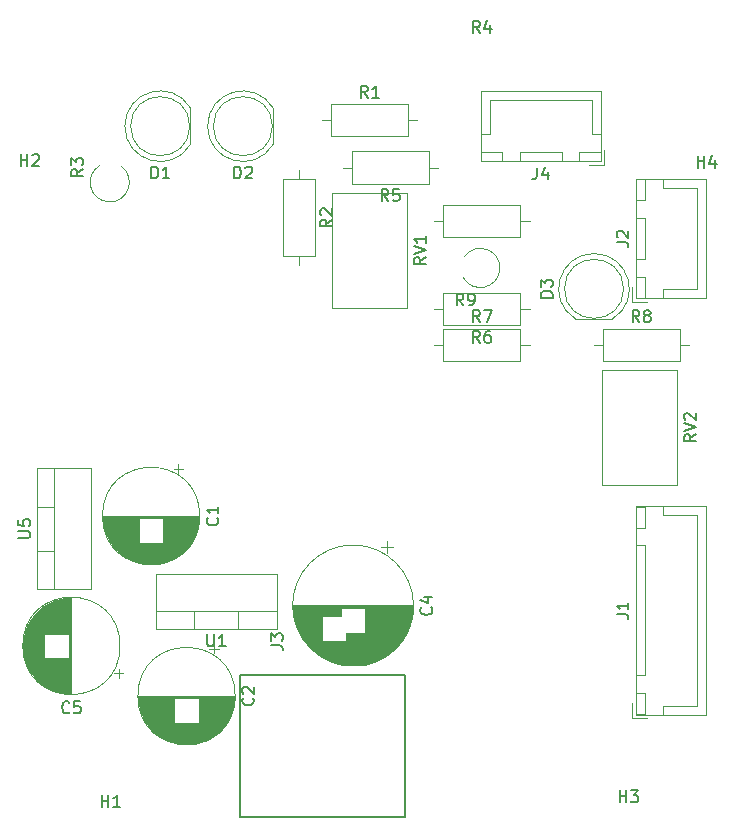
<source format=gbr>
%TF.GenerationSoftware,KiCad,Pcbnew,7.0.8*%
%TF.CreationDate,2023-11-05T22:27:44-08:00*%
%TF.ProjectId,Water Meter Analog - R1,57617465-7220-44d6-9574-657220416e61,rev?*%
%TF.SameCoordinates,Original*%
%TF.FileFunction,Legend,Top*%
%TF.FilePolarity,Positive*%
%FSLAX46Y46*%
G04 Gerber Fmt 4.6, Leading zero omitted, Abs format (unit mm)*
G04 Created by KiCad (PCBNEW 7.0.8) date 2023-11-05 22:27:44*
%MOMM*%
%LPD*%
G01*
G04 APERTURE LIST*
%ADD10C,0.150000*%
%ADD11C,0.120000*%
G04 APERTURE END LIST*
D10*
X37933333Y77325180D02*
X37600000Y77801371D01*
X37361905Y77325180D02*
X37361905Y78325180D01*
X37361905Y78325180D02*
X37742857Y78325180D01*
X37742857Y78325180D02*
X37838095Y78277561D01*
X37838095Y78277561D02*
X37885714Y78229942D01*
X37885714Y78229942D02*
X37933333Y78134704D01*
X37933333Y78134704D02*
X37933333Y77991847D01*
X37933333Y77991847D02*
X37885714Y77896609D01*
X37885714Y77896609D02*
X37838095Y77848990D01*
X37838095Y77848990D02*
X37742857Y77801371D01*
X37742857Y77801371D02*
X37361905Y77801371D01*
X38409524Y77325180D02*
X38600000Y77325180D01*
X38600000Y77325180D02*
X38695238Y77372800D01*
X38695238Y77372800D02*
X38742857Y77420419D01*
X38742857Y77420419D02*
X38838095Y77563276D01*
X38838095Y77563276D02*
X38885714Y77753752D01*
X38885714Y77753752D02*
X38885714Y78134704D01*
X38885714Y78134704D02*
X38838095Y78229942D01*
X38838095Y78229942D02*
X38790476Y78277561D01*
X38790476Y78277561D02*
X38695238Y78325180D01*
X38695238Y78325180D02*
X38504762Y78325180D01*
X38504762Y78325180D02*
X38409524Y78277561D01*
X38409524Y78277561D02*
X38361905Y78229942D01*
X38361905Y78229942D02*
X38314286Y78134704D01*
X38314286Y78134704D02*
X38314286Y77896609D01*
X38314286Y77896609D02*
X38361905Y77801371D01*
X38361905Y77801371D02*
X38409524Y77753752D01*
X38409524Y77753752D02*
X38504762Y77706133D01*
X38504762Y77706133D02*
X38695238Y77706133D01*
X38695238Y77706133D02*
X38790476Y77753752D01*
X38790476Y77753752D02*
X38838095Y77801371D01*
X38838095Y77801371D02*
X38885714Y77896609D01*
X57614819Y66404761D02*
X57138628Y66071428D01*
X57614819Y65833333D02*
X56614819Y65833333D01*
X56614819Y65833333D02*
X56614819Y66214285D01*
X56614819Y66214285D02*
X56662438Y66309523D01*
X56662438Y66309523D02*
X56710057Y66357142D01*
X56710057Y66357142D02*
X56805295Y66404761D01*
X56805295Y66404761D02*
X56948152Y66404761D01*
X56948152Y66404761D02*
X57043390Y66357142D01*
X57043390Y66357142D02*
X57091009Y66309523D01*
X57091009Y66309523D02*
X57138628Y66214285D01*
X57138628Y66214285D02*
X57138628Y65833333D01*
X56614819Y66690476D02*
X57614819Y67023809D01*
X57614819Y67023809D02*
X56614819Y67357142D01*
X56710057Y67642857D02*
X56662438Y67690476D01*
X56662438Y67690476D02*
X56614819Y67785714D01*
X56614819Y67785714D02*
X56614819Y68023809D01*
X56614819Y68023809D02*
X56662438Y68119047D01*
X56662438Y68119047D02*
X56710057Y68166666D01*
X56710057Y68166666D02*
X56805295Y68214285D01*
X56805295Y68214285D02*
X56900533Y68214285D01*
X56900533Y68214285D02*
X57043390Y68166666D01*
X57043390Y68166666D02*
X57614819Y67595238D01*
X57614819Y67595238D02*
X57614819Y68214285D01*
X52833333Y75915180D02*
X52500000Y76391371D01*
X52261905Y75915180D02*
X52261905Y76915180D01*
X52261905Y76915180D02*
X52642857Y76915180D01*
X52642857Y76915180D02*
X52738095Y76867561D01*
X52738095Y76867561D02*
X52785714Y76819942D01*
X52785714Y76819942D02*
X52833333Y76724704D01*
X52833333Y76724704D02*
X52833333Y76581847D01*
X52833333Y76581847D02*
X52785714Y76486609D01*
X52785714Y76486609D02*
X52738095Y76438990D01*
X52738095Y76438990D02*
X52642857Y76391371D01*
X52642857Y76391371D02*
X52261905Y76391371D01*
X53404762Y76486609D02*
X53309524Y76534228D01*
X53309524Y76534228D02*
X53261905Y76581847D01*
X53261905Y76581847D02*
X53214286Y76677085D01*
X53214286Y76677085D02*
X53214286Y76724704D01*
X53214286Y76724704D02*
X53261905Y76819942D01*
X53261905Y76819942D02*
X53309524Y76867561D01*
X53309524Y76867561D02*
X53404762Y76915180D01*
X53404762Y76915180D02*
X53595238Y76915180D01*
X53595238Y76915180D02*
X53690476Y76867561D01*
X53690476Y76867561D02*
X53738095Y76819942D01*
X53738095Y76819942D02*
X53785714Y76724704D01*
X53785714Y76724704D02*
X53785714Y76677085D01*
X53785714Y76677085D02*
X53738095Y76581847D01*
X53738095Y76581847D02*
X53690476Y76534228D01*
X53690476Y76534228D02*
X53595238Y76486609D01*
X53595238Y76486609D02*
X53404762Y76486609D01*
X53404762Y76486609D02*
X53309524Y76438990D01*
X53309524Y76438990D02*
X53261905Y76391371D01*
X53261905Y76391371D02*
X53214286Y76296133D01*
X53214286Y76296133D02*
X53214286Y76105657D01*
X53214286Y76105657D02*
X53261905Y76010419D01*
X53261905Y76010419D02*
X53309524Y75962800D01*
X53309524Y75962800D02*
X53404762Y75915180D01*
X53404762Y75915180D02*
X53595238Y75915180D01*
X53595238Y75915180D02*
X53690476Y75962800D01*
X53690476Y75962800D02*
X53738095Y76010419D01*
X53738095Y76010419D02*
X53785714Y76105657D01*
X53785714Y76105657D02*
X53785714Y76296133D01*
X53785714Y76296133D02*
X53738095Y76391371D01*
X53738095Y76391371D02*
X53690476Y76438990D01*
X53690476Y76438990D02*
X53595238Y76486609D01*
X39333333Y75915180D02*
X39000000Y76391371D01*
X38761905Y75915180D02*
X38761905Y76915180D01*
X38761905Y76915180D02*
X39142857Y76915180D01*
X39142857Y76915180D02*
X39238095Y76867561D01*
X39238095Y76867561D02*
X39285714Y76819942D01*
X39285714Y76819942D02*
X39333333Y76724704D01*
X39333333Y76724704D02*
X39333333Y76581847D01*
X39333333Y76581847D02*
X39285714Y76486609D01*
X39285714Y76486609D02*
X39238095Y76438990D01*
X39238095Y76438990D02*
X39142857Y76391371D01*
X39142857Y76391371D02*
X38761905Y76391371D01*
X39666667Y76915180D02*
X40333333Y76915180D01*
X40333333Y76915180D02*
X39904762Y75915180D01*
X39333333Y74175180D02*
X39000000Y74651371D01*
X38761905Y74175180D02*
X38761905Y75175180D01*
X38761905Y75175180D02*
X39142857Y75175180D01*
X39142857Y75175180D02*
X39238095Y75127561D01*
X39238095Y75127561D02*
X39285714Y75079942D01*
X39285714Y75079942D02*
X39333333Y74984704D01*
X39333333Y74984704D02*
X39333333Y74841847D01*
X39333333Y74841847D02*
X39285714Y74746609D01*
X39285714Y74746609D02*
X39238095Y74698990D01*
X39238095Y74698990D02*
X39142857Y74651371D01*
X39142857Y74651371D02*
X38761905Y74651371D01*
X40190476Y75175180D02*
X40000000Y75175180D01*
X40000000Y75175180D02*
X39904762Y75127561D01*
X39904762Y75127561D02*
X39857143Y75079942D01*
X39857143Y75079942D02*
X39761905Y74937085D01*
X39761905Y74937085D02*
X39714286Y74746609D01*
X39714286Y74746609D02*
X39714286Y74365657D01*
X39714286Y74365657D02*
X39761905Y74270419D01*
X39761905Y74270419D02*
X39809524Y74222800D01*
X39809524Y74222800D02*
X39904762Y74175180D01*
X39904762Y74175180D02*
X40095238Y74175180D01*
X40095238Y74175180D02*
X40190476Y74222800D01*
X40190476Y74222800D02*
X40238095Y74270419D01*
X40238095Y74270419D02*
X40285714Y74365657D01*
X40285714Y74365657D02*
X40285714Y74603752D01*
X40285714Y74603752D02*
X40238095Y74698990D01*
X40238095Y74698990D02*
X40190476Y74746609D01*
X40190476Y74746609D02*
X40095238Y74794228D01*
X40095238Y74794228D02*
X39904762Y74794228D01*
X39904762Y74794228D02*
X39809524Y74746609D01*
X39809524Y74746609D02*
X39761905Y74698990D01*
X39761905Y74698990D02*
X39714286Y74603752D01*
X45494819Y77991905D02*
X44494819Y77991905D01*
X44494819Y77991905D02*
X44494819Y78230000D01*
X44494819Y78230000D02*
X44542438Y78372857D01*
X44542438Y78372857D02*
X44637676Y78468095D01*
X44637676Y78468095D02*
X44732914Y78515714D01*
X44732914Y78515714D02*
X44923390Y78563333D01*
X44923390Y78563333D02*
X45066247Y78563333D01*
X45066247Y78563333D02*
X45256723Y78515714D01*
X45256723Y78515714D02*
X45351961Y78468095D01*
X45351961Y78468095D02*
X45447200Y78372857D01*
X45447200Y78372857D02*
X45494819Y78230000D01*
X45494819Y78230000D02*
X45494819Y77991905D01*
X44494819Y78896667D02*
X44494819Y79515714D01*
X44494819Y79515714D02*
X44875771Y79182381D01*
X44875771Y79182381D02*
X44875771Y79325238D01*
X44875771Y79325238D02*
X44923390Y79420476D01*
X44923390Y79420476D02*
X44971009Y79468095D01*
X44971009Y79468095D02*
X45066247Y79515714D01*
X45066247Y79515714D02*
X45304342Y79515714D01*
X45304342Y79515714D02*
X45399580Y79468095D01*
X45399580Y79468095D02*
X45447200Y79420476D01*
X45447200Y79420476D02*
X45494819Y79325238D01*
X45494819Y79325238D02*
X45494819Y79039524D01*
X45494819Y79039524D02*
X45447200Y78944286D01*
X45447200Y78944286D02*
X45399580Y78896667D01*
X4583333Y42890419D02*
X4535714Y42842800D01*
X4535714Y42842800D02*
X4392857Y42795180D01*
X4392857Y42795180D02*
X4297619Y42795180D01*
X4297619Y42795180D02*
X4154762Y42842800D01*
X4154762Y42842800D02*
X4059524Y42938038D01*
X4059524Y42938038D02*
X4011905Y43033276D01*
X4011905Y43033276D02*
X3964286Y43223752D01*
X3964286Y43223752D02*
X3964286Y43366609D01*
X3964286Y43366609D02*
X4011905Y43557085D01*
X4011905Y43557085D02*
X4059524Y43652323D01*
X4059524Y43652323D02*
X4154762Y43747561D01*
X4154762Y43747561D02*
X4297619Y43795180D01*
X4297619Y43795180D02*
X4392857Y43795180D01*
X4392857Y43795180D02*
X4535714Y43747561D01*
X4535714Y43747561D02*
X4583333Y43699942D01*
X5488095Y43795180D02*
X5011905Y43795180D01*
X5011905Y43795180D02*
X4964286Y43318990D01*
X4964286Y43318990D02*
X5011905Y43366609D01*
X5011905Y43366609D02*
X5107143Y43414228D01*
X5107143Y43414228D02*
X5345238Y43414228D01*
X5345238Y43414228D02*
X5440476Y43366609D01*
X5440476Y43366609D02*
X5488095Y43318990D01*
X5488095Y43318990D02*
X5535714Y43223752D01*
X5535714Y43223752D02*
X5535714Y42985657D01*
X5535714Y42985657D02*
X5488095Y42890419D01*
X5488095Y42890419D02*
X5440476Y42842800D01*
X5440476Y42842800D02*
X5345238Y42795180D01*
X5345238Y42795180D02*
X5107143Y42795180D01*
X5107143Y42795180D02*
X5011905Y42842800D01*
X5011905Y42842800D02*
X4964286Y42890419D01*
X20109580Y44083333D02*
X20157200Y44035714D01*
X20157200Y44035714D02*
X20204819Y43892857D01*
X20204819Y43892857D02*
X20204819Y43797619D01*
X20204819Y43797619D02*
X20157200Y43654762D01*
X20157200Y43654762D02*
X20061961Y43559524D01*
X20061961Y43559524D02*
X19966723Y43511905D01*
X19966723Y43511905D02*
X19776247Y43464286D01*
X19776247Y43464286D02*
X19633390Y43464286D01*
X19633390Y43464286D02*
X19442914Y43511905D01*
X19442914Y43511905D02*
X19347676Y43559524D01*
X19347676Y43559524D02*
X19252438Y43654762D01*
X19252438Y43654762D02*
X19204819Y43797619D01*
X19204819Y43797619D02*
X19204819Y43892857D01*
X19204819Y43892857D02*
X19252438Y44035714D01*
X19252438Y44035714D02*
X19300057Y44083333D01*
X19300057Y44464286D02*
X19252438Y44511905D01*
X19252438Y44511905D02*
X19204819Y44607143D01*
X19204819Y44607143D02*
X19204819Y44845238D01*
X19204819Y44845238D02*
X19252438Y44940476D01*
X19252438Y44940476D02*
X19300057Y44988095D01*
X19300057Y44988095D02*
X19395295Y45035714D01*
X19395295Y45035714D02*
X19490533Y45035714D01*
X19490533Y45035714D02*
X19633390Y44988095D01*
X19633390Y44988095D02*
X20204819Y44416667D01*
X20204819Y44416667D02*
X20204819Y45035714D01*
X31583333Y86175180D02*
X31250000Y86651371D01*
X31011905Y86175180D02*
X31011905Y87175180D01*
X31011905Y87175180D02*
X31392857Y87175180D01*
X31392857Y87175180D02*
X31488095Y87127561D01*
X31488095Y87127561D02*
X31535714Y87079942D01*
X31535714Y87079942D02*
X31583333Y86984704D01*
X31583333Y86984704D02*
X31583333Y86841847D01*
X31583333Y86841847D02*
X31535714Y86746609D01*
X31535714Y86746609D02*
X31488095Y86698990D01*
X31488095Y86698990D02*
X31392857Y86651371D01*
X31392857Y86651371D02*
X31011905Y86651371D01*
X32488095Y87175180D02*
X32011905Y87175180D01*
X32011905Y87175180D02*
X31964286Y86698990D01*
X31964286Y86698990D02*
X32011905Y86746609D01*
X32011905Y86746609D02*
X32107143Y86794228D01*
X32107143Y86794228D02*
X32345238Y86794228D01*
X32345238Y86794228D02*
X32440476Y86746609D01*
X32440476Y86746609D02*
X32488095Y86698990D01*
X32488095Y86698990D02*
X32535714Y86603752D01*
X32535714Y86603752D02*
X32535714Y86365657D01*
X32535714Y86365657D02*
X32488095Y86270419D01*
X32488095Y86270419D02*
X32440476Y86222800D01*
X32440476Y86222800D02*
X32345238Y86175180D01*
X32345238Y86175180D02*
X32107143Y86175180D01*
X32107143Y86175180D02*
X32011905Y86222800D01*
X32011905Y86222800D02*
X31964286Y86270419D01*
X39333333Y100415180D02*
X39000000Y100891371D01*
X38761905Y100415180D02*
X38761905Y101415180D01*
X38761905Y101415180D02*
X39142857Y101415180D01*
X39142857Y101415180D02*
X39238095Y101367561D01*
X39238095Y101367561D02*
X39285714Y101319942D01*
X39285714Y101319942D02*
X39333333Y101224704D01*
X39333333Y101224704D02*
X39333333Y101081847D01*
X39333333Y101081847D02*
X39285714Y100986609D01*
X39285714Y100986609D02*
X39238095Y100938990D01*
X39238095Y100938990D02*
X39142857Y100891371D01*
X39142857Y100891371D02*
X38761905Y100891371D01*
X40190476Y101081847D02*
X40190476Y100415180D01*
X39952381Y101462800D02*
X39714286Y100748514D01*
X39714286Y100748514D02*
X40333333Y100748514D01*
X26824819Y84583333D02*
X26348628Y84250000D01*
X26824819Y84011905D02*
X25824819Y84011905D01*
X25824819Y84011905D02*
X25824819Y84392857D01*
X25824819Y84392857D02*
X25872438Y84488095D01*
X25872438Y84488095D02*
X25920057Y84535714D01*
X25920057Y84535714D02*
X26015295Y84583333D01*
X26015295Y84583333D02*
X26158152Y84583333D01*
X26158152Y84583333D02*
X26253390Y84535714D01*
X26253390Y84535714D02*
X26301009Y84488095D01*
X26301009Y84488095D02*
X26348628Y84392857D01*
X26348628Y84392857D02*
X26348628Y84011905D01*
X25920057Y84964286D02*
X25872438Y85011905D01*
X25872438Y85011905D02*
X25824819Y85107143D01*
X25824819Y85107143D02*
X25824819Y85345238D01*
X25824819Y85345238D02*
X25872438Y85440476D01*
X25872438Y85440476D02*
X25920057Y85488095D01*
X25920057Y85488095D02*
X26015295Y85535714D01*
X26015295Y85535714D02*
X26110533Y85535714D01*
X26110533Y85535714D02*
X26253390Y85488095D01*
X26253390Y85488095D02*
X26824819Y84916667D01*
X26824819Y84916667D02*
X26824819Y85535714D01*
X29833333Y94915180D02*
X29500000Y95391371D01*
X29261905Y94915180D02*
X29261905Y95915180D01*
X29261905Y95915180D02*
X29642857Y95915180D01*
X29642857Y95915180D02*
X29738095Y95867561D01*
X29738095Y95867561D02*
X29785714Y95819942D01*
X29785714Y95819942D02*
X29833333Y95724704D01*
X29833333Y95724704D02*
X29833333Y95581847D01*
X29833333Y95581847D02*
X29785714Y95486609D01*
X29785714Y95486609D02*
X29738095Y95438990D01*
X29738095Y95438990D02*
X29642857Y95391371D01*
X29642857Y95391371D02*
X29261905Y95391371D01*
X30785714Y94915180D02*
X30214286Y94915180D01*
X30500000Y94915180D02*
X30500000Y95915180D01*
X30500000Y95915180D02*
X30404762Y95772323D01*
X30404762Y95772323D02*
X30309524Y95677085D01*
X30309524Y95677085D02*
X30214286Y95629466D01*
X5734819Y88853333D02*
X5258628Y88520000D01*
X5734819Y88281905D02*
X4734819Y88281905D01*
X4734819Y88281905D02*
X4734819Y88662857D01*
X4734819Y88662857D02*
X4782438Y88758095D01*
X4782438Y88758095D02*
X4830057Y88805714D01*
X4830057Y88805714D02*
X4925295Y88853333D01*
X4925295Y88853333D02*
X5068152Y88853333D01*
X5068152Y88853333D02*
X5163390Y88805714D01*
X5163390Y88805714D02*
X5211009Y88758095D01*
X5211009Y88758095D02*
X5258628Y88662857D01*
X5258628Y88662857D02*
X5258628Y88281905D01*
X4734819Y89186667D02*
X4734819Y89805714D01*
X4734819Y89805714D02*
X5115771Y89472381D01*
X5115771Y89472381D02*
X5115771Y89615238D01*
X5115771Y89615238D02*
X5163390Y89710476D01*
X5163390Y89710476D02*
X5211009Y89758095D01*
X5211009Y89758095D02*
X5306247Y89805714D01*
X5306247Y89805714D02*
X5544342Y89805714D01*
X5544342Y89805714D02*
X5639580Y89758095D01*
X5639580Y89758095D02*
X5687200Y89710476D01*
X5687200Y89710476D02*
X5734819Y89615238D01*
X5734819Y89615238D02*
X5734819Y89329524D01*
X5734819Y89329524D02*
X5687200Y89234286D01*
X5687200Y89234286D02*
X5639580Y89186667D01*
X44166666Y88995180D02*
X44166666Y88280895D01*
X44166666Y88280895D02*
X44119047Y88138038D01*
X44119047Y88138038D02*
X44023809Y88042800D01*
X44023809Y88042800D02*
X43880952Y87995180D01*
X43880952Y87995180D02*
X43785714Y87995180D01*
X45071428Y88661847D02*
X45071428Y87995180D01*
X44833333Y89042800D02*
X44595238Y88328514D01*
X44595238Y88328514D02*
X45214285Y88328514D01*
X50904819Y51166666D02*
X51619104Y51166666D01*
X51619104Y51166666D02*
X51761961Y51119047D01*
X51761961Y51119047D02*
X51857200Y51023809D01*
X51857200Y51023809D02*
X51904819Y50880952D01*
X51904819Y50880952D02*
X51904819Y50785714D01*
X51904819Y52166666D02*
X51904819Y51595238D01*
X51904819Y51880952D02*
X50904819Y51880952D01*
X50904819Y51880952D02*
X51047676Y51785714D01*
X51047676Y51785714D02*
X51142914Y51690476D01*
X51142914Y51690476D02*
X51190533Y51595238D01*
X16238095Y49470180D02*
X16238095Y48660657D01*
X16238095Y48660657D02*
X16285714Y48565419D01*
X16285714Y48565419D02*
X16333333Y48517800D01*
X16333333Y48517800D02*
X16428571Y48470180D01*
X16428571Y48470180D02*
X16619047Y48470180D01*
X16619047Y48470180D02*
X16714285Y48517800D01*
X16714285Y48517800D02*
X16761904Y48565419D01*
X16761904Y48565419D02*
X16809523Y48660657D01*
X16809523Y48660657D02*
X16809523Y49470180D01*
X17809523Y48470180D02*
X17238095Y48470180D01*
X17523809Y48470180D02*
X17523809Y49470180D01*
X17523809Y49470180D02*
X17428571Y49327323D01*
X17428571Y49327323D02*
X17333333Y49232085D01*
X17333333Y49232085D02*
X17238095Y49184466D01*
X34739819Y81394761D02*
X34263628Y81061428D01*
X34739819Y80823333D02*
X33739819Y80823333D01*
X33739819Y80823333D02*
X33739819Y81204285D01*
X33739819Y81204285D02*
X33787438Y81299523D01*
X33787438Y81299523D02*
X33835057Y81347142D01*
X33835057Y81347142D02*
X33930295Y81394761D01*
X33930295Y81394761D02*
X34073152Y81394761D01*
X34073152Y81394761D02*
X34168390Y81347142D01*
X34168390Y81347142D02*
X34216009Y81299523D01*
X34216009Y81299523D02*
X34263628Y81204285D01*
X34263628Y81204285D02*
X34263628Y80823333D01*
X33739819Y81680476D02*
X34739819Y82013809D01*
X34739819Y82013809D02*
X33739819Y82347142D01*
X34739819Y83204285D02*
X34739819Y82632857D01*
X34739819Y82918571D02*
X33739819Y82918571D01*
X33739819Y82918571D02*
X33882676Y82823333D01*
X33882676Y82823333D02*
X33977914Y82728095D01*
X33977914Y82728095D02*
X34025533Y82632857D01*
X50904819Y82666666D02*
X51619104Y82666666D01*
X51619104Y82666666D02*
X51761961Y82619047D01*
X51761961Y82619047D02*
X51857200Y82523809D01*
X51857200Y82523809D02*
X51904819Y82380952D01*
X51904819Y82380952D02*
X51904819Y82285714D01*
X51000057Y83095238D02*
X50952438Y83142857D01*
X50952438Y83142857D02*
X50904819Y83238095D01*
X50904819Y83238095D02*
X50904819Y83476190D01*
X50904819Y83476190D02*
X50952438Y83571428D01*
X50952438Y83571428D02*
X51000057Y83619047D01*
X51000057Y83619047D02*
X51095295Y83666666D01*
X51095295Y83666666D02*
X51190533Y83666666D01*
X51190533Y83666666D02*
X51333390Y83619047D01*
X51333390Y83619047D02*
X51904819Y83047619D01*
X51904819Y83047619D02*
X51904819Y83666666D01*
X35209580Y51754270D02*
X35257200Y51706651D01*
X35257200Y51706651D02*
X35304819Y51563794D01*
X35304819Y51563794D02*
X35304819Y51468556D01*
X35304819Y51468556D02*
X35257200Y51325699D01*
X35257200Y51325699D02*
X35161961Y51230461D01*
X35161961Y51230461D02*
X35066723Y51182842D01*
X35066723Y51182842D02*
X34876247Y51135223D01*
X34876247Y51135223D02*
X34733390Y51135223D01*
X34733390Y51135223D02*
X34542914Y51182842D01*
X34542914Y51182842D02*
X34447676Y51230461D01*
X34447676Y51230461D02*
X34352438Y51325699D01*
X34352438Y51325699D02*
X34304819Y51468556D01*
X34304819Y51468556D02*
X34304819Y51563794D01*
X34304819Y51563794D02*
X34352438Y51706651D01*
X34352438Y51706651D02*
X34400057Y51754270D01*
X34638152Y52611413D02*
X35304819Y52611413D01*
X34257200Y52373318D02*
X34971485Y52135223D01*
X34971485Y52135223D02*
X34971485Y52754270D01*
X57778095Y88989180D02*
X57778095Y89989180D01*
X57778095Y89512990D02*
X58349523Y89512990D01*
X58349523Y88989180D02*
X58349523Y89989180D01*
X59254285Y89655847D02*
X59254285Y88989180D01*
X59016190Y90036800D02*
X58778095Y89322514D01*
X58778095Y89322514D02*
X59397142Y89322514D01*
X51174095Y35259180D02*
X51174095Y36259180D01*
X51174095Y35782990D02*
X51745523Y35782990D01*
X51745523Y35259180D02*
X51745523Y36259180D01*
X52126476Y36259180D02*
X52745523Y36259180D01*
X52745523Y36259180D02*
X52412190Y35878228D01*
X52412190Y35878228D02*
X52555047Y35878228D01*
X52555047Y35878228D02*
X52650285Y35830609D01*
X52650285Y35830609D02*
X52697904Y35782990D01*
X52697904Y35782990D02*
X52745523Y35687752D01*
X52745523Y35687752D02*
X52745523Y35449657D01*
X52745523Y35449657D02*
X52697904Y35354419D01*
X52697904Y35354419D02*
X52650285Y35306800D01*
X52650285Y35306800D02*
X52555047Y35259180D01*
X52555047Y35259180D02*
X52269333Y35259180D01*
X52269333Y35259180D02*
X52174095Y35306800D01*
X52174095Y35306800D02*
X52126476Y35354419D01*
X444095Y89116180D02*
X444095Y90116180D01*
X444095Y89639990D02*
X1015523Y89639990D01*
X1015523Y89116180D02*
X1015523Y90116180D01*
X1444095Y90020942D02*
X1491714Y90068561D01*
X1491714Y90068561D02*
X1586952Y90116180D01*
X1586952Y90116180D02*
X1825047Y90116180D01*
X1825047Y90116180D02*
X1920285Y90068561D01*
X1920285Y90068561D02*
X1967904Y90020942D01*
X1967904Y90020942D02*
X2015523Y89925704D01*
X2015523Y89925704D02*
X2015523Y89830466D01*
X2015523Y89830466D02*
X1967904Y89687609D01*
X1967904Y89687609D02*
X1396476Y89116180D01*
X1396476Y89116180D02*
X2015523Y89116180D01*
X7302095Y34878180D02*
X7302095Y35878180D01*
X7302095Y35401990D02*
X7873523Y35401990D01*
X7873523Y34878180D02*
X7873523Y35878180D01*
X8873523Y34878180D02*
X8302095Y34878180D01*
X8587809Y34878180D02*
X8587809Y35878180D01*
X8587809Y35878180D02*
X8492571Y35735323D01*
X8492571Y35735323D02*
X8397333Y35640085D01*
X8397333Y35640085D02*
X8302095Y35592466D01*
X17109580Y59333333D02*
X17157200Y59285714D01*
X17157200Y59285714D02*
X17204819Y59142857D01*
X17204819Y59142857D02*
X17204819Y59047619D01*
X17204819Y59047619D02*
X17157200Y58904762D01*
X17157200Y58904762D02*
X17061961Y58809524D01*
X17061961Y58809524D02*
X16966723Y58761905D01*
X16966723Y58761905D02*
X16776247Y58714286D01*
X16776247Y58714286D02*
X16633390Y58714286D01*
X16633390Y58714286D02*
X16442914Y58761905D01*
X16442914Y58761905D02*
X16347676Y58809524D01*
X16347676Y58809524D02*
X16252438Y58904762D01*
X16252438Y58904762D02*
X16204819Y59047619D01*
X16204819Y59047619D02*
X16204819Y59142857D01*
X16204819Y59142857D02*
X16252438Y59285714D01*
X16252438Y59285714D02*
X16300057Y59333333D01*
X17204819Y60285714D02*
X17204819Y59714286D01*
X17204819Y60000000D02*
X16204819Y60000000D01*
X16204819Y60000000D02*
X16347676Y59904762D01*
X16347676Y59904762D02*
X16442914Y59809524D01*
X16442914Y59809524D02*
X16490533Y59714286D01*
X18531905Y88085180D02*
X18531905Y89085180D01*
X18531905Y89085180D02*
X18770000Y89085180D01*
X18770000Y89085180D02*
X18912857Y89037561D01*
X18912857Y89037561D02*
X19008095Y88942323D01*
X19008095Y88942323D02*
X19055714Y88847085D01*
X19055714Y88847085D02*
X19103333Y88656609D01*
X19103333Y88656609D02*
X19103333Y88513752D01*
X19103333Y88513752D02*
X19055714Y88323276D01*
X19055714Y88323276D02*
X19008095Y88228038D01*
X19008095Y88228038D02*
X18912857Y88132800D01*
X18912857Y88132800D02*
X18770000Y88085180D01*
X18770000Y88085180D02*
X18531905Y88085180D01*
X19484286Y88989942D02*
X19531905Y89037561D01*
X19531905Y89037561D02*
X19627143Y89085180D01*
X19627143Y89085180D02*
X19865238Y89085180D01*
X19865238Y89085180D02*
X19960476Y89037561D01*
X19960476Y89037561D02*
X20008095Y88989942D01*
X20008095Y88989942D02*
X20055714Y88894704D01*
X20055714Y88894704D02*
X20055714Y88799466D01*
X20055714Y88799466D02*
X20008095Y88656609D01*
X20008095Y88656609D02*
X19436667Y88085180D01*
X19436667Y88085180D02*
X20055714Y88085180D01*
X11531905Y88085180D02*
X11531905Y89085180D01*
X11531905Y89085180D02*
X11770000Y89085180D01*
X11770000Y89085180D02*
X11912857Y89037561D01*
X11912857Y89037561D02*
X12008095Y88942323D01*
X12008095Y88942323D02*
X12055714Y88847085D01*
X12055714Y88847085D02*
X12103333Y88656609D01*
X12103333Y88656609D02*
X12103333Y88513752D01*
X12103333Y88513752D02*
X12055714Y88323276D01*
X12055714Y88323276D02*
X12008095Y88228038D01*
X12008095Y88228038D02*
X11912857Y88132800D01*
X11912857Y88132800D02*
X11770000Y88085180D01*
X11770000Y88085180D02*
X11531905Y88085180D01*
X13055714Y88085180D02*
X12484286Y88085180D01*
X12770000Y88085180D02*
X12770000Y89085180D01*
X12770000Y89085180D02*
X12674762Y88942323D01*
X12674762Y88942323D02*
X12579524Y88847085D01*
X12579524Y88847085D02*
X12484286Y88799466D01*
X21644819Y48556666D02*
X22359104Y48556666D01*
X22359104Y48556666D02*
X22501961Y48509047D01*
X22501961Y48509047D02*
X22597200Y48413809D01*
X22597200Y48413809D02*
X22644819Y48270952D01*
X22644819Y48270952D02*
X22644819Y48175714D01*
X21644819Y48937619D02*
X21644819Y49556666D01*
X21644819Y49556666D02*
X22025771Y49223333D01*
X22025771Y49223333D02*
X22025771Y49366190D01*
X22025771Y49366190D02*
X22073390Y49461428D01*
X22073390Y49461428D02*
X22121009Y49509047D01*
X22121009Y49509047D02*
X22216247Y49556666D01*
X22216247Y49556666D02*
X22454342Y49556666D01*
X22454342Y49556666D02*
X22549580Y49509047D01*
X22549580Y49509047D02*
X22597200Y49461428D01*
X22597200Y49461428D02*
X22644819Y49366190D01*
X22644819Y49366190D02*
X22644819Y49080476D01*
X22644819Y49080476D02*
X22597200Y48985238D01*
X22597200Y48985238D02*
X22549580Y48937619D01*
X264819Y57658095D02*
X1074342Y57658095D01*
X1074342Y57658095D02*
X1169580Y57705714D01*
X1169580Y57705714D02*
X1217200Y57753333D01*
X1217200Y57753333D02*
X1264819Y57848571D01*
X1264819Y57848571D02*
X1264819Y58039047D01*
X1264819Y58039047D02*
X1217200Y58134285D01*
X1217200Y58134285D02*
X1169580Y58181904D01*
X1169580Y58181904D02*
X1074342Y58229523D01*
X1074342Y58229523D02*
X264819Y58229523D01*
X264819Y59181904D02*
X264819Y58705714D01*
X264819Y58705714D02*
X741009Y58658095D01*
X741009Y58658095D02*
X693390Y58705714D01*
X693390Y58705714D02*
X645771Y58800952D01*
X645771Y58800952D02*
X645771Y59039047D01*
X645771Y59039047D02*
X693390Y59134285D01*
X693390Y59134285D02*
X741009Y59181904D01*
X741009Y59181904D02*
X836247Y59229523D01*
X836247Y59229523D02*
X1074342Y59229523D01*
X1074342Y59229523D02*
X1169580Y59181904D01*
X1169580Y59181904D02*
X1217200Y59134285D01*
X1217200Y59134285D02*
X1264819Y59039047D01*
X1264819Y59039047D02*
X1264819Y58800952D01*
X1264819Y58800952D02*
X1217200Y58705714D01*
X1217200Y58705714D02*
X1169580Y58658095D01*
D11*
%TO.C,R9*%
X37916729Y79700001D02*
G75*
G03*
X38025226Y81471379I1453271J799999D01*
G01*
%TO.C,RV2*%
X49690000Y71885000D02*
X49690000Y62115000D01*
X56030000Y71885000D02*
X49690000Y71885000D01*
X56030000Y62115000D02*
X49690000Y62115000D01*
X56030000Y71885000D02*
X56030000Y62115000D01*
%TO.C,R8*%
X57040000Y74000000D02*
X56270000Y74000000D01*
X48960000Y74000000D02*
X49730000Y74000000D01*
X49730000Y75370000D02*
X49730000Y72630000D01*
X56270000Y72630000D02*
X56270000Y75370000D01*
X49730000Y72630000D02*
X56270000Y72630000D01*
X56270000Y75370000D02*
X49730000Y75370000D01*
%TO.C,R7*%
X43540000Y74000000D02*
X42770000Y74000000D01*
X35460000Y74000000D02*
X36230000Y74000000D01*
X36230000Y75370000D02*
X36230000Y72630000D01*
X42770000Y72630000D02*
X42770000Y75370000D01*
X36230000Y72630000D02*
X42770000Y72630000D01*
X42770000Y75370000D02*
X36230000Y75370000D01*
%TO.C,R6*%
X35460000Y77000000D02*
X36230000Y77000000D01*
X43540000Y77000000D02*
X42770000Y77000000D01*
X42770000Y75630000D02*
X42770000Y78370000D01*
X36230000Y78370000D02*
X36230000Y75630000D01*
X42770000Y78370000D02*
X36230000Y78370000D01*
X36230000Y75630000D02*
X42770000Y75630000D01*
%TO.C,D3*%
X47455000Y76170000D02*
X50545000Y76170000D01*
X50544830Y76170000D02*
G75*
G03*
X48999538Y81720000I-1544830J2560000D01*
G01*
X49000462Y81719999D02*
G75*
G03*
X47455170Y76170001I-462J-2989999D01*
G01*
X51500000Y78730000D02*
G75*
G03*
X51500000Y78730000I-2500000J0D01*
G01*
%TO.C,C5*%
X709000Y47732000D02*
X709000Y49268000D01*
X8759698Y45785000D02*
X8759698Y46585000D01*
X829000Y47271000D02*
X829000Y49729000D01*
X3749000Y44543000D02*
X3749000Y47460000D01*
X2709000Y44960000D02*
X2709000Y47460000D01*
X3349000Y44665000D02*
X3349000Y47460000D01*
X1949000Y45517000D02*
X1949000Y51483000D01*
X3989000Y49540000D02*
X3989000Y52510000D01*
X3389000Y44650000D02*
X3389000Y47460000D01*
X3269000Y44695000D02*
X3269000Y47460000D01*
X1469000Y46046000D02*
X1469000Y50954000D01*
X1349000Y46213000D02*
X1349000Y50787000D01*
X1269000Y46334000D02*
X1269000Y50666000D01*
X2549000Y45056000D02*
X2549000Y47460000D01*
X4390000Y49540000D02*
X4390000Y52565000D01*
X3669000Y44564000D02*
X3669000Y47460000D01*
X989000Y46855000D02*
X989000Y50145000D01*
X3949000Y44498000D02*
X3949000Y47460000D01*
X4510000Y44426000D02*
X4510000Y47460000D01*
X2829000Y44894000D02*
X2829000Y47460000D01*
X2829000Y49540000D02*
X2829000Y52106000D01*
X1509000Y45995000D02*
X1509000Y51005000D01*
X3909000Y44506000D02*
X3909000Y47460000D01*
X2869000Y49540000D02*
X2869000Y52127000D01*
X3069000Y49540000D02*
X3069000Y52222000D01*
X1989000Y45481000D02*
X1989000Y51519000D01*
X2789000Y44916000D02*
X2789000Y47460000D01*
X2749000Y44938000D02*
X2749000Y47460000D01*
X4590000Y44423000D02*
X4590000Y52577000D01*
X3829000Y49540000D02*
X3829000Y52476000D01*
X3349000Y49540000D02*
X3349000Y52335000D01*
X3469000Y44623000D02*
X3469000Y47460000D01*
X4110000Y44470000D02*
X4110000Y47460000D01*
X2149000Y45344000D02*
X2149000Y51656000D01*
X3749000Y49540000D02*
X3749000Y52457000D01*
X4150000Y49540000D02*
X4150000Y52537000D01*
X4310000Y49540000D02*
X4310000Y52557000D01*
X949000Y46948000D02*
X949000Y50052000D01*
X3949000Y49540000D02*
X3949000Y52502000D01*
X2229000Y45280000D02*
X2229000Y51720000D01*
X4470000Y49540000D02*
X4470000Y52571000D01*
X1109000Y46610000D02*
X1109000Y50390000D01*
X4270000Y44448000D02*
X4270000Y47460000D01*
X1709000Y45759000D02*
X1709000Y51241000D01*
X1789000Y45674000D02*
X1789000Y51326000D01*
X2589000Y45031000D02*
X2589000Y47460000D01*
X909000Y47047000D02*
X909000Y49953000D01*
X2309000Y45220000D02*
X2309000Y51780000D01*
X2029000Y45445000D02*
X2029000Y51555000D01*
X869000Y47154000D02*
X869000Y49846000D01*
X2069000Y45410000D02*
X2069000Y51590000D01*
X3069000Y44778000D02*
X3069000Y47460000D01*
X3869000Y44515000D02*
X3869000Y47460000D01*
X3149000Y44743000D02*
X3149000Y47460000D01*
X4470000Y44429000D02*
X4470000Y47460000D01*
X749000Y47552000D02*
X749000Y49448000D01*
X3989000Y44490000D02*
X3989000Y47460000D01*
X3589000Y44586000D02*
X3589000Y47460000D01*
X4029000Y49540000D02*
X4029000Y52517000D01*
X4190000Y44458000D02*
X4190000Y47460000D01*
X4710000Y44420000D02*
X4710000Y52580000D01*
X2749000Y49540000D02*
X2749000Y52062000D01*
X4510000Y49540000D02*
X4510000Y52574000D01*
X2109000Y45376000D02*
X2109000Y51624000D01*
X3229000Y44710000D02*
X3229000Y47460000D01*
X2589000Y49540000D02*
X2589000Y51969000D01*
X1629000Y45849000D02*
X1629000Y51151000D01*
X4750000Y44420000D02*
X4750000Y52580000D01*
X3309000Y44679000D02*
X3309000Y47460000D01*
X2669000Y49540000D02*
X2669000Y52017000D01*
X4270000Y49540000D02*
X4270000Y52552000D01*
X2429000Y45135000D02*
X2429000Y51865000D01*
X3789000Y49540000D02*
X3789000Y52467000D01*
X3029000Y44796000D02*
X3029000Y47460000D01*
X4190000Y49540000D02*
X4190000Y52542000D01*
X2389000Y45162000D02*
X2389000Y51838000D01*
X4550000Y44424000D02*
X4550000Y52576000D01*
X2909000Y44853000D02*
X2909000Y47460000D01*
X2349000Y45191000D02*
X2349000Y51809000D01*
X3629000Y49540000D02*
X3629000Y52425000D01*
X3429000Y44637000D02*
X3429000Y47460000D01*
X1589000Y45896000D02*
X1589000Y51104000D01*
X4029000Y44483000D02*
X4029000Y47460000D01*
X2549000Y49540000D02*
X2549000Y51944000D01*
X3549000Y49540000D02*
X3549000Y52402000D01*
X2189000Y45311000D02*
X2189000Y51689000D01*
X3269000Y49540000D02*
X3269000Y52305000D01*
X4430000Y44432000D02*
X4430000Y47460000D01*
X1229000Y46398000D02*
X1229000Y50602000D01*
X2629000Y49540000D02*
X2629000Y51993000D01*
X2989000Y44814000D02*
X2989000Y47460000D01*
X4310000Y44443000D02*
X4310000Y47460000D01*
X3469000Y49540000D02*
X3469000Y52377000D01*
X4070000Y44476000D02*
X4070000Y47460000D01*
X1189000Y46466000D02*
X1189000Y50534000D01*
X2669000Y44983000D02*
X2669000Y47460000D01*
X4350000Y44439000D02*
X4350000Y47460000D01*
X3149000Y49540000D02*
X3149000Y52257000D01*
X2909000Y49540000D02*
X2909000Y52147000D01*
X669000Y47967000D02*
X669000Y49033000D01*
X3309000Y49540000D02*
X3309000Y52321000D01*
X2869000Y44873000D02*
X2869000Y47460000D01*
X2269000Y45250000D02*
X2269000Y51750000D01*
X4150000Y44463000D02*
X4150000Y47460000D01*
X3509000Y49540000D02*
X3509000Y52389000D01*
X3029000Y49540000D02*
X3029000Y52204000D01*
X1389000Y46155000D02*
X1389000Y50845000D01*
X3189000Y44726000D02*
X3189000Y47460000D01*
X1869000Y45593000D02*
X1869000Y51407000D01*
X1669000Y45803000D02*
X1669000Y51197000D01*
X3709000Y49540000D02*
X3709000Y52447000D01*
X2789000Y49540000D02*
X2789000Y52084000D01*
X3869000Y49540000D02*
X3869000Y52485000D01*
X4390000Y44435000D02*
X4390000Y47460000D01*
X1149000Y46536000D02*
X1149000Y50464000D01*
X3629000Y44575000D02*
X3629000Y47460000D01*
X3509000Y44611000D02*
X3509000Y47460000D01*
X1909000Y45555000D02*
X1909000Y51445000D01*
X2469000Y49540000D02*
X2469000Y51892000D01*
X1549000Y45944000D02*
X1549000Y51056000D01*
X2949000Y44834000D02*
X2949000Y47460000D01*
X3109000Y44760000D02*
X3109000Y47460000D01*
X3549000Y44598000D02*
X3549000Y47460000D01*
X4430000Y49540000D02*
X4430000Y52568000D01*
X3909000Y49540000D02*
X3909000Y52494000D01*
X3829000Y44524000D02*
X3829000Y47460000D01*
X4230000Y49540000D02*
X4230000Y52548000D01*
X3389000Y49540000D02*
X3389000Y52350000D01*
X1309000Y46272000D02*
X1309000Y50728000D01*
X4230000Y44452000D02*
X4230000Y47460000D01*
X3109000Y49540000D02*
X3109000Y52240000D01*
X3429000Y49540000D02*
X3429000Y52363000D01*
X3789000Y44533000D02*
X3789000Y47460000D01*
X3589000Y49540000D02*
X3589000Y52414000D01*
X2989000Y49540000D02*
X2989000Y52186000D01*
X789000Y47402000D02*
X789000Y49598000D01*
X2469000Y45108000D02*
X2469000Y47460000D01*
X1069000Y46687000D02*
X1069000Y50313000D01*
X9159698Y46185000D02*
X8359698Y46185000D01*
X2629000Y45007000D02*
X2629000Y47460000D01*
X4630000Y44421000D02*
X4630000Y52579000D01*
X2709000Y49540000D02*
X2709000Y52040000D01*
X2509000Y49540000D02*
X2509000Y51918000D01*
X4350000Y49540000D02*
X4350000Y52561000D01*
X2949000Y49540000D02*
X2949000Y52166000D01*
X4110000Y49540000D02*
X4110000Y52530000D01*
X4670000Y44420000D02*
X4670000Y52580000D01*
X3669000Y49540000D02*
X3669000Y52436000D01*
X1829000Y45633000D02*
X1829000Y51367000D01*
X1749000Y45716000D02*
X1749000Y51284000D01*
X3709000Y44553000D02*
X3709000Y47460000D01*
X1429000Y46100000D02*
X1429000Y50900000D01*
X3189000Y49540000D02*
X3189000Y52274000D01*
X4070000Y49540000D02*
X4070000Y52524000D01*
X2509000Y45082000D02*
X2509000Y47460000D01*
X1029000Y46769000D02*
X1029000Y50231000D01*
X3229000Y49540000D02*
X3229000Y52290000D01*
X8870000Y48500000D02*
G75*
G03*
X8870000Y48500000I-4120000J0D01*
G01*
%TO.C,C2*%
X15268000Y40209000D02*
X13732000Y40209000D01*
X17215000Y48259698D02*
X16415000Y48259698D01*
X15729000Y40329000D02*
X13271000Y40329000D01*
X18457000Y43249000D02*
X15540000Y43249000D01*
X18040000Y42209000D02*
X15540000Y42209000D01*
X18335000Y42849000D02*
X15540000Y42849000D01*
X17483000Y41449000D02*
X11517000Y41449000D01*
X13460000Y43489000D02*
X10490000Y43489000D01*
X18350000Y42889000D02*
X15540000Y42889000D01*
X18305000Y42769000D02*
X15540000Y42769000D01*
X16954000Y40969000D02*
X12046000Y40969000D01*
X16787000Y40849000D02*
X12213000Y40849000D01*
X16666000Y40769000D02*
X12334000Y40769000D01*
X17944000Y42049000D02*
X15540000Y42049000D01*
X13460000Y43890000D02*
X10435000Y43890000D01*
X18436000Y43169000D02*
X15540000Y43169000D01*
X16145000Y40489000D02*
X12855000Y40489000D01*
X18502000Y43449000D02*
X15540000Y43449000D01*
X18574000Y44010000D02*
X15540000Y44010000D01*
X18106000Y42329000D02*
X15540000Y42329000D01*
X13460000Y42329000D02*
X10894000Y42329000D01*
X17005000Y41009000D02*
X11995000Y41009000D01*
X18494000Y43409000D02*
X15540000Y43409000D01*
X13460000Y42369000D02*
X10873000Y42369000D01*
X13460000Y42569000D02*
X10778000Y42569000D01*
X17519000Y41489000D02*
X11481000Y41489000D01*
X18084000Y42289000D02*
X15540000Y42289000D01*
X18062000Y42249000D02*
X15540000Y42249000D01*
X18577000Y44090000D02*
X10423000Y44090000D01*
X13460000Y43329000D02*
X10524000Y43329000D01*
X13460000Y42849000D02*
X10665000Y42849000D01*
X18377000Y42969000D02*
X15540000Y42969000D01*
X18530000Y43610000D02*
X15540000Y43610000D01*
X17656000Y41649000D02*
X11344000Y41649000D01*
X13460000Y43249000D02*
X10543000Y43249000D01*
X13460000Y43650000D02*
X10463000Y43650000D01*
X13460000Y43810000D02*
X10443000Y43810000D01*
X16052000Y40449000D02*
X12948000Y40449000D01*
X13460000Y43449000D02*
X10498000Y43449000D01*
X17720000Y41729000D02*
X11280000Y41729000D01*
X13460000Y43970000D02*
X10429000Y43970000D01*
X16390000Y40609000D02*
X12610000Y40609000D01*
X18552000Y43770000D02*
X15540000Y43770000D01*
X17241000Y41209000D02*
X11759000Y41209000D01*
X17326000Y41289000D02*
X11674000Y41289000D01*
X17969000Y42089000D02*
X15540000Y42089000D01*
X15953000Y40409000D02*
X13047000Y40409000D01*
X17780000Y41809000D02*
X11220000Y41809000D01*
X17555000Y41529000D02*
X11445000Y41529000D01*
X15846000Y40369000D02*
X13154000Y40369000D01*
X17590000Y41569000D02*
X11410000Y41569000D01*
X18222000Y42569000D02*
X15540000Y42569000D01*
X18485000Y43369000D02*
X15540000Y43369000D01*
X18257000Y42649000D02*
X15540000Y42649000D01*
X18571000Y43970000D02*
X15540000Y43970000D01*
X15448000Y40249000D02*
X13552000Y40249000D01*
X18510000Y43489000D02*
X15540000Y43489000D01*
X18414000Y43089000D02*
X15540000Y43089000D01*
X13460000Y43529000D02*
X10483000Y43529000D01*
X18542000Y43690000D02*
X15540000Y43690000D01*
X18580000Y44210000D02*
X10420000Y44210000D01*
X13460000Y42249000D02*
X10938000Y42249000D01*
X13460000Y44010000D02*
X10426000Y44010000D01*
X17624000Y41609000D02*
X11376000Y41609000D01*
X18290000Y42729000D02*
X15540000Y42729000D01*
X13460000Y42089000D02*
X11031000Y42089000D01*
X17151000Y41129000D02*
X11849000Y41129000D01*
X18580000Y44250000D02*
X10420000Y44250000D01*
X18321000Y42809000D02*
X15540000Y42809000D01*
X13460000Y42169000D02*
X10983000Y42169000D01*
X13460000Y43770000D02*
X10448000Y43770000D01*
X17865000Y41929000D02*
X11135000Y41929000D01*
X13460000Y43289000D02*
X10533000Y43289000D01*
X18204000Y42529000D02*
X15540000Y42529000D01*
X13460000Y43690000D02*
X10458000Y43690000D01*
X17838000Y41889000D02*
X11162000Y41889000D01*
X18576000Y44050000D02*
X10424000Y44050000D01*
X18147000Y42409000D02*
X15540000Y42409000D01*
X17809000Y41849000D02*
X11191000Y41849000D01*
X13460000Y43129000D02*
X10575000Y43129000D01*
X18363000Y42929000D02*
X15540000Y42929000D01*
X17104000Y41089000D02*
X11896000Y41089000D01*
X18517000Y43529000D02*
X15540000Y43529000D01*
X13460000Y42049000D02*
X11056000Y42049000D01*
X13460000Y43049000D02*
X10598000Y43049000D01*
X17689000Y41689000D02*
X11311000Y41689000D01*
X13460000Y42769000D02*
X10695000Y42769000D01*
X18568000Y43930000D02*
X15540000Y43930000D01*
X16602000Y40729000D02*
X12398000Y40729000D01*
X13460000Y42129000D02*
X11007000Y42129000D01*
X18186000Y42489000D02*
X15540000Y42489000D01*
X18557000Y43810000D02*
X15540000Y43810000D01*
X13460000Y42969000D02*
X10623000Y42969000D01*
X18524000Y43570000D02*
X15540000Y43570000D01*
X16534000Y40689000D02*
X12466000Y40689000D01*
X18017000Y42169000D02*
X15540000Y42169000D01*
X18561000Y43850000D02*
X15540000Y43850000D01*
X13460000Y42649000D02*
X10743000Y42649000D01*
X13460000Y42409000D02*
X10853000Y42409000D01*
X15033000Y40169000D02*
X13967000Y40169000D01*
X13460000Y42809000D02*
X10679000Y42809000D01*
X18127000Y42369000D02*
X15540000Y42369000D01*
X17750000Y41769000D02*
X11250000Y41769000D01*
X18537000Y43650000D02*
X15540000Y43650000D01*
X13460000Y43009000D02*
X10611000Y43009000D01*
X13460000Y42529000D02*
X10796000Y42529000D01*
X16845000Y40889000D02*
X12155000Y40889000D01*
X18274000Y42689000D02*
X15540000Y42689000D01*
X17407000Y41369000D02*
X11593000Y41369000D01*
X17197000Y41169000D02*
X11803000Y41169000D01*
X13460000Y43209000D02*
X10553000Y43209000D01*
X13460000Y42289000D02*
X10916000Y42289000D01*
X13460000Y43369000D02*
X10515000Y43369000D01*
X18565000Y43890000D02*
X15540000Y43890000D01*
X16464000Y40649000D02*
X12536000Y40649000D01*
X18425000Y43129000D02*
X15540000Y43129000D01*
X18389000Y43009000D02*
X15540000Y43009000D01*
X17445000Y41409000D02*
X11555000Y41409000D01*
X13460000Y41969000D02*
X11108000Y41969000D01*
X17056000Y41049000D02*
X11944000Y41049000D01*
X18166000Y42449000D02*
X15540000Y42449000D01*
X18240000Y42609000D02*
X15540000Y42609000D01*
X18402000Y43049000D02*
X15540000Y43049000D01*
X13460000Y43930000D02*
X10432000Y43930000D01*
X13460000Y43409000D02*
X10506000Y43409000D01*
X18476000Y43329000D02*
X15540000Y43329000D01*
X13460000Y43730000D02*
X10452000Y43730000D01*
X13460000Y42889000D02*
X10650000Y42889000D01*
X16728000Y40809000D02*
X12272000Y40809000D01*
X18548000Y43730000D02*
X15540000Y43730000D01*
X13460000Y42609000D02*
X10760000Y42609000D01*
X13460000Y42929000D02*
X10637000Y42929000D01*
X18467000Y43289000D02*
X15540000Y43289000D01*
X13460000Y43089000D02*
X10586000Y43089000D01*
X13460000Y42489000D02*
X10814000Y42489000D01*
X15598000Y40289000D02*
X13402000Y40289000D01*
X17892000Y41969000D02*
X15540000Y41969000D01*
X16313000Y40569000D02*
X12687000Y40569000D01*
X16815000Y48659698D02*
X16815000Y47859698D01*
X17993000Y42129000D02*
X15540000Y42129000D01*
X18579000Y44130000D02*
X10421000Y44130000D01*
X13460000Y42209000D02*
X10960000Y42209000D01*
X13460000Y42009000D02*
X11082000Y42009000D01*
X13460000Y43850000D02*
X10439000Y43850000D01*
X13460000Y42449000D02*
X10834000Y42449000D01*
X13460000Y43610000D02*
X10470000Y43610000D01*
X18580000Y44170000D02*
X10420000Y44170000D01*
X13460000Y43169000D02*
X10564000Y43169000D01*
X17367000Y41329000D02*
X11633000Y41329000D01*
X17284000Y41249000D02*
X11716000Y41249000D01*
X18447000Y43209000D02*
X15540000Y43209000D01*
X16900000Y40929000D02*
X12100000Y40929000D01*
X13460000Y42689000D02*
X10726000Y42689000D01*
X13460000Y43570000D02*
X10476000Y43570000D01*
X17918000Y42009000D02*
X15540000Y42009000D01*
X16231000Y40529000D02*
X12769000Y40529000D01*
X13460000Y42729000D02*
X10710000Y42729000D01*
X18620000Y44250000D02*
G75*
G03*
X18620000Y44250000I-4120000J0D01*
G01*
%TO.C,R5*%
X27710000Y89000000D02*
X28480000Y89000000D01*
X35790000Y89000000D02*
X35020000Y89000000D01*
X35020000Y87630000D02*
X35020000Y90370000D01*
X28480000Y90370000D02*
X28480000Y87630000D01*
X35020000Y90370000D02*
X28480000Y90370000D01*
X28480000Y87630000D02*
X35020000Y87630000D01*
%TO.C,R4*%
X43540000Y84500000D02*
X42770000Y84500000D01*
X35460000Y84500000D02*
X36230000Y84500000D01*
X36230000Y85870000D02*
X36230000Y83130000D01*
X42770000Y83130000D02*
X42770000Y85870000D01*
X36230000Y83130000D02*
X42770000Y83130000D01*
X42770000Y85870000D02*
X36230000Y85870000D01*
%TO.C,R2*%
X24000000Y80710000D02*
X24000000Y81480000D01*
X24000000Y88790000D02*
X24000000Y88020000D01*
X25370000Y88020000D02*
X22630000Y88020000D01*
X22630000Y81480000D02*
X25370000Y81480000D01*
X22630000Y88020000D02*
X22630000Y81480000D01*
X25370000Y81480000D02*
X25370000Y88020000D01*
%TO.C,R1*%
X34040000Y93000000D02*
X33270000Y93000000D01*
X25960000Y93000000D02*
X26730000Y93000000D01*
X26730000Y94370000D02*
X26730000Y91630000D01*
X33270000Y91630000D02*
X33270000Y94370000D01*
X26730000Y91630000D02*
X33270000Y91630000D01*
X33270000Y94370000D02*
X26730000Y94370000D01*
%TO.C,R3*%
X7200001Y89203271D02*
G75*
G03*
X8971379Y89094774I799999J-1453271D01*
G01*
%TO.C,J4*%
X49850000Y89250000D02*
X49850000Y90500000D01*
X49560000Y89540000D02*
X49560000Y95510000D01*
X49560000Y95510000D02*
X39440000Y95510000D01*
X49550000Y89550000D02*
X49550000Y90300000D01*
X49550000Y90300000D02*
X47750000Y90300000D01*
X49550000Y91800000D02*
X48800000Y91800000D01*
X48800000Y91800000D02*
X48800000Y94750000D01*
X48800000Y94750000D02*
X44500000Y94750000D01*
X48600000Y89250000D02*
X49850000Y89250000D01*
X47750000Y89550000D02*
X49550000Y89550000D01*
X47750000Y90300000D02*
X47750000Y89550000D01*
X46250000Y89550000D02*
X46250000Y90300000D01*
X46250000Y90300000D02*
X42750000Y90300000D01*
X42750000Y89550000D02*
X46250000Y89550000D01*
X42750000Y90300000D02*
X42750000Y89550000D01*
X41250000Y89550000D02*
X41250000Y90300000D01*
X41250000Y90300000D02*
X39450000Y90300000D01*
X40200000Y91800000D02*
X40200000Y94750000D01*
X40200000Y94750000D02*
X44500000Y94750000D01*
X39450000Y89550000D02*
X41250000Y89550000D01*
X39450000Y90300000D02*
X39450000Y89550000D01*
X39450000Y91800000D02*
X40200000Y91800000D01*
X39440000Y89540000D02*
X49560000Y89540000D01*
X39440000Y95510000D02*
X39440000Y89540000D01*
%TO.C,J1*%
X53300000Y58500000D02*
X53300000Y60300000D01*
X53300000Y42700000D02*
X53300000Y44500000D01*
X57750000Y43450000D02*
X57750000Y51500000D01*
X53300000Y44500000D02*
X52550000Y44500000D01*
X53300000Y60300000D02*
X52550000Y60300000D01*
X53300000Y57000000D02*
X52550000Y57000000D01*
X54800000Y59550000D02*
X57750000Y59550000D01*
X58510000Y42690000D02*
X58510000Y60310000D01*
X52540000Y60310000D02*
X52540000Y42690000D01*
X52540000Y42690000D02*
X58510000Y42690000D01*
X52550000Y42700000D02*
X53300000Y42700000D01*
X57750000Y59550000D02*
X57750000Y51500000D01*
X53300000Y46000000D02*
X53300000Y57000000D01*
X54800000Y43450000D02*
X57750000Y43450000D01*
X52250000Y42400000D02*
X53500000Y42400000D01*
X52250000Y43650000D02*
X52250000Y42400000D01*
X54800000Y60300000D02*
X54800000Y59550000D01*
X52550000Y58500000D02*
X53300000Y58500000D01*
X52550000Y57000000D02*
X52550000Y46000000D01*
X54800000Y42700000D02*
X54800000Y43450000D01*
X52550000Y60300000D02*
X52550000Y58500000D01*
X58510000Y60310000D02*
X52540000Y60310000D01*
X52550000Y44500000D02*
X52550000Y42700000D01*
X52550000Y46000000D02*
X53300000Y46000000D01*
%TO.C,U1*%
X22120000Y51435000D02*
X11880000Y51435000D01*
X11880000Y49925000D02*
X11880000Y54566000D01*
X22120000Y54566000D02*
X11880000Y54566000D01*
X22120000Y49925000D02*
X22120000Y54566000D01*
X15149000Y49925000D02*
X15149000Y51435000D01*
X18850000Y49925000D02*
X18850000Y51435000D01*
X22120000Y49925000D02*
X11880000Y49925000D01*
%TO.C,RV1*%
X26815000Y86875000D02*
X26815000Y77105000D01*
X33155000Y86875000D02*
X26815000Y86875000D01*
X33155000Y77105000D02*
X26815000Y77105000D01*
X33155000Y86875000D02*
X33155000Y77105000D01*
%TO.C,J2*%
X57750000Y87300000D02*
X57750000Y83000000D01*
X52550000Y88050000D02*
X52550000Y86250000D01*
X52550000Y79750000D02*
X52550000Y77950000D01*
X52550000Y86250000D02*
X53300000Y86250000D01*
X54800000Y88050000D02*
X54800000Y87300000D01*
X54800000Y87300000D02*
X57750000Y87300000D01*
X52550000Y84750000D02*
X52550000Y81250000D01*
X53300000Y88050000D02*
X52550000Y88050000D01*
X52250000Y78900000D02*
X52250000Y77650000D01*
X52540000Y88060000D02*
X52540000Y77940000D01*
X52550000Y77950000D02*
X53300000Y77950000D01*
X57750000Y78700000D02*
X57750000Y83000000D01*
X53300000Y84750000D02*
X52550000Y84750000D01*
X52540000Y77940000D02*
X58510000Y77940000D01*
X54800000Y77950000D02*
X54800000Y78700000D01*
X54800000Y78700000D02*
X57750000Y78700000D01*
X53300000Y86250000D02*
X53300000Y88050000D01*
X53300000Y79750000D02*
X52550000Y79750000D01*
X52550000Y81250000D02*
X53300000Y81250000D01*
X58510000Y88060000D02*
X52540000Y88060000D01*
X53300000Y77950000D02*
X53300000Y79750000D01*
X53300000Y81250000D02*
X53300000Y84750000D01*
X58510000Y77940000D02*
X58510000Y88060000D01*
X52250000Y77650000D02*
X53500000Y77650000D01*
%TO.C,C4*%
X25960000Y49159937D02*
X24327000Y49159937D01*
X31706000Y47879937D02*
X25494000Y47879937D01*
X33338000Y50079937D02*
X29640000Y50079937D01*
X27560000Y51600937D02*
X23530000Y51600937D01*
X25960000Y49599937D02*
X24075000Y49599937D01*
X33680000Y51920937D02*
X23520000Y51920937D01*
X33668000Y51560937D02*
X29640000Y51560937D01*
X29199000Y46839937D02*
X28001000Y46839937D01*
X25960000Y49639937D02*
X24055000Y49639937D01*
X25960000Y50559937D02*
X23703000Y50559937D01*
X32898000Y49199937D02*
X28040000Y49199937D01*
X33611000Y51079937D02*
X29640000Y51079937D01*
X25960000Y50079937D02*
X23862000Y50079937D01*
X33618000Y51119937D02*
X29640000Y51119937D01*
X31806000Y47959937D02*
X25394000Y47959937D01*
X33630000Y51199937D02*
X29640000Y51199937D01*
X33203000Y49759937D02*
X29640000Y49759937D01*
X31975000Y56900583D02*
X30975000Y56900583D01*
X30889000Y47359937D02*
X26311000Y47359937D01*
X25960000Y50039937D02*
X23877000Y50039937D01*
X29462000Y46879937D02*
X27738000Y46879937D01*
X33462000Y50439937D02*
X29640000Y50439937D01*
X33679000Y51800937D02*
X23521000Y51800937D01*
X32766000Y48999937D02*
X28040000Y48999937D01*
X25960000Y49999937D02*
X23893000Y49999937D01*
X33507000Y50599937D02*
X29640000Y50599937D01*
X31901000Y48039937D02*
X25299000Y48039937D01*
X33640000Y51280937D02*
X29640000Y51280937D01*
X33677000Y51720937D02*
X23523000Y51720937D01*
X25960000Y50199937D02*
X23817000Y50199937D01*
X33424000Y50319937D02*
X29640000Y50319937D01*
X29662000Y46919937D02*
X27538000Y46919937D01*
X32525000Y48679937D02*
X24675000Y48679937D01*
X32389000Y48519937D02*
X24811000Y48519937D01*
X33485000Y50519937D02*
X29640000Y50519937D01*
X33662000Y51480937D02*
X29640000Y51480937D01*
X27560000Y51680937D02*
X23525000Y51680937D01*
X32738000Y48959937D02*
X28040000Y48959937D01*
X25960000Y50719937D02*
X23662000Y50719937D01*
X33597000Y50999937D02*
X29640000Y50999937D01*
X33411000Y50279937D02*
X29640000Y50279937D01*
X32923000Y49239937D02*
X28040000Y49239937D01*
X25960000Y49279937D02*
X24253000Y49279937D01*
X25960000Y50319937D02*
X23776000Y50319937D01*
X33290000Y49959937D02*
X29640000Y49959937D01*
X31654000Y47839937D02*
X25546000Y47839937D01*
X32161000Y48279937D02*
X25039000Y48279937D01*
X32995000Y49359937D02*
X28040000Y49359937D01*
X33680000Y51840937D02*
X23520000Y51840937D01*
X25960000Y49039937D02*
X24406000Y49039937D01*
X33040000Y49439937D02*
X28040000Y49439937D01*
X32620000Y48799937D02*
X24580000Y48799937D01*
X30637000Y47239937D02*
X26563000Y47239937D01*
X32201000Y48319937D02*
X24999000Y48319937D01*
X32873000Y49159937D02*
X28040000Y49159937D01*
X27560000Y51560937D02*
X23532000Y51560937D01*
X32821000Y49079937D02*
X28040000Y49079937D01*
X25960000Y49959937D02*
X23910000Y49959937D01*
X33164000Y49679937D02*
X29640000Y49679937D01*
X25960000Y49839937D02*
X23961000Y49839937D01*
X25960000Y48999937D02*
X24434000Y48999937D01*
X25960000Y50519937D02*
X23715000Y50519937D01*
X33650000Y51360937D02*
X29640000Y51360937D01*
X25960000Y50759937D02*
X23653000Y50759937D01*
X31600000Y47799937D02*
X25600000Y47799937D01*
X31489000Y47719937D02*
X25711000Y47719937D01*
X32120000Y48239937D02*
X25080000Y48239937D01*
X25960000Y49359937D02*
X24205000Y49359937D01*
X33658000Y51440937D02*
X29640000Y51440937D01*
X31110000Y47479937D02*
X26090000Y47479937D01*
X31245000Y47559937D02*
X25955000Y47559937D01*
X32947000Y49279937D02*
X28040000Y49279937D01*
X25960000Y50279937D02*
X23789000Y50279937D01*
X31370000Y47639937D02*
X25830000Y47639937D01*
X31992000Y48119937D02*
X25208000Y48119937D01*
X33125000Y49599937D02*
X28040000Y49599937D01*
X33368000Y50159937D02*
X29640000Y50159937D01*
X25960000Y49919937D02*
X23926000Y49919937D01*
X33518000Y50639937D02*
X29640000Y50639937D01*
X32847000Y49119937D02*
X28040000Y49119937D01*
X32036000Y48159937D02*
X25164000Y48159937D01*
X25960000Y49399937D02*
X24183000Y49399937D01*
X25960000Y48959937D02*
X24462000Y48959937D01*
X30725000Y47279937D02*
X26475000Y47279937D01*
X33017000Y49399937D02*
X28040000Y49399937D01*
X25960000Y50679937D02*
X23672000Y50679937D01*
X32971000Y49319937D02*
X28040000Y49319937D01*
X25960000Y50959937D02*
X23610000Y50959937D01*
X27560000Y51079937D02*
X23589000Y51079937D01*
X29830000Y46959937D02*
X27370000Y46959937D01*
X25960000Y49079937D02*
X24379000Y49079937D01*
X31309000Y47599937D02*
X25891000Y47599937D01*
X33582000Y50919937D02*
X29640000Y50919937D01*
X27560000Y51440937D02*
X23542000Y51440937D01*
X31039000Y47439937D02*
X26161000Y47439937D01*
X33383000Y50199937D02*
X29640000Y50199937D01*
X25960000Y50479937D02*
X23726000Y50479937D01*
X25960000Y50999937D02*
X23603000Y50999937D01*
X33184000Y49719937D02*
X29640000Y49719937D01*
X33354000Y50119937D02*
X29640000Y50119937D01*
X32353000Y48479937D02*
X24847000Y48479937D01*
X33323000Y50039937D02*
X29640000Y50039937D01*
X25960000Y49479937D02*
X24138000Y49479937D01*
X33675000Y51680937D02*
X29640000Y51680937D01*
X31545000Y47759937D02*
X25655000Y47759937D01*
X25960000Y49319937D02*
X24229000Y49319937D01*
X29978000Y46999937D02*
X27222000Y46999937D01*
X33221000Y49799937D02*
X29640000Y49799937D01*
X31179000Y47519937D02*
X26021000Y47519937D01*
X33104000Y49559937D02*
X28040000Y49559937D01*
X32279000Y48399937D02*
X24921000Y48399937D01*
X27560000Y51480937D02*
X23538000Y51480937D01*
X33680000Y51880937D02*
X23520000Y51880937D01*
X25960000Y50799937D02*
X23644000Y50799937D01*
X33145000Y49639937D02*
X29640000Y49639937D01*
X33257000Y49879937D02*
X29640000Y49879937D01*
X30544000Y47199937D02*
X26656000Y47199937D01*
X27560000Y51360937D02*
X23550000Y51360937D01*
X30809000Y47319937D02*
X26391000Y47319937D01*
X25960000Y49559937D02*
X24096000Y49559937D01*
X27560000Y51119937D02*
X23582000Y51119937D01*
X25960000Y50119937D02*
X23846000Y50119937D01*
X33624000Y51159937D02*
X29640000Y51159937D01*
X27560000Y51280937D02*
X23560000Y51280937D01*
X27560000Y51400937D02*
X23546000Y51400937D01*
X25960000Y50399937D02*
X23750000Y50399937D01*
X33654000Y51400937D02*
X29640000Y51400937D01*
X33274000Y49919937D02*
X29640000Y49919937D01*
X25960000Y50639937D02*
X23682000Y50639937D01*
X25960000Y49879937D02*
X23943000Y49879937D01*
X25960000Y49759937D02*
X23997000Y49759937D01*
X25960000Y49719937D02*
X24016000Y49719937D01*
X33574000Y50879937D02*
X29640000Y50879937D01*
X33239000Y49839937D02*
X29640000Y49839937D01*
X25960000Y50159937D02*
X23832000Y50159937D01*
X32710000Y48919937D02*
X24490000Y48919937D01*
X33083000Y49519937D02*
X28040000Y49519937D01*
X27560000Y51240937D02*
X23565000Y51240937D01*
X33497000Y50559937D02*
X29640000Y50559937D01*
X33645000Y51320937D02*
X29640000Y51320937D01*
X33062000Y49479937D02*
X28040000Y49479937D01*
X31430000Y47679937D02*
X25770000Y47679937D01*
X33635000Y51240937D02*
X29640000Y51240937D01*
X25960000Y50439937D02*
X23738000Y50439937D01*
X25960000Y50839937D02*
X23635000Y50839937D01*
X27560000Y51199937D02*
X23570000Y51199937D01*
X25960000Y49199937D02*
X24302000Y49199937D01*
X25960000Y49799937D02*
X23979000Y49799937D01*
X27560000Y51520937D02*
X23535000Y51520937D01*
X27560000Y51640937D02*
X23527000Y51640937D01*
X25960000Y49239937D02*
X24277000Y49239937D01*
X30965000Y47399937D02*
X26235000Y47399937D01*
X33307000Y49999937D02*
X29640000Y49999937D01*
X32589000Y48759937D02*
X24611000Y48759937D01*
X32680000Y48879937D02*
X24520000Y48879937D01*
X33397000Y50239937D02*
X29640000Y50239937D01*
X27560000Y51159937D02*
X23576000Y51159937D01*
X32458000Y48599937D02*
X24742000Y48599937D01*
X33604000Y51039937D02*
X29640000Y51039937D01*
X33450000Y50399937D02*
X29640000Y50399937D01*
X32424000Y48559937D02*
X24776000Y48559937D01*
X31947000Y48079937D02*
X25253000Y48079937D01*
X33556000Y50799937D02*
X29640000Y50799937D01*
X31854000Y47999937D02*
X25346000Y47999937D01*
X33538000Y50719937D02*
X29640000Y50719937D01*
X33673000Y51640937D02*
X29640000Y51640937D01*
X33665000Y51520937D02*
X29640000Y51520937D01*
X33590000Y50959937D02*
X29640000Y50959937D01*
X33474000Y50479937D02*
X29640000Y50479937D01*
X27560000Y51039937D02*
X23596000Y51039937D01*
X32557000Y48719937D02*
X24643000Y48719937D01*
X33565000Y50839937D02*
X29640000Y50839937D01*
X32078000Y48199937D02*
X25122000Y48199937D01*
X32650000Y48839937D02*
X24550000Y48839937D01*
X25960000Y49519937D02*
X24117000Y49519937D01*
X33437000Y50359937D02*
X29640000Y50359937D01*
X33528000Y50679937D02*
X29640000Y50679937D01*
X31475000Y57400583D02*
X31475000Y56400583D01*
X31756000Y47919937D02*
X25444000Y47919937D01*
X25960000Y49119937D02*
X24353000Y49119937D01*
X25960000Y50359937D02*
X23763000Y50359937D01*
X27560000Y51320937D02*
X23555000Y51320937D01*
X25960000Y49679937D02*
X24036000Y49679937D01*
X25960000Y50879937D02*
X23626000Y50879937D01*
X25960000Y50239937D02*
X23803000Y50239937D01*
X25960000Y49439937D02*
X24160000Y49439937D01*
X32240000Y48359937D02*
X24960000Y48359937D01*
X30342000Y47119937D02*
X26858000Y47119937D01*
X33670000Y51600937D02*
X29640000Y51600937D01*
X32794000Y49039937D02*
X28040000Y49039937D01*
X33678000Y51760937D02*
X23522000Y51760937D01*
X30110000Y47039937D02*
X27090000Y47039937D01*
X32316000Y48439937D02*
X24884000Y48439937D01*
X25960000Y50599937D02*
X23693000Y50599937D01*
X32492000Y48639937D02*
X24708000Y48639937D01*
X25960000Y50919937D02*
X23618000Y50919937D01*
X33547000Y50759937D02*
X29640000Y50759937D01*
X30230000Y47079937D02*
X26970000Y47079937D01*
X30446000Y47159937D02*
X26754000Y47159937D01*
X33720000Y51920937D02*
G75*
G03*
X33720000Y51920937I-5120000J0D01*
G01*
%TO.C,C1*%
X13815000Y63909698D02*
X13815000Y63109698D01*
X14215000Y63509698D02*
X13415000Y63509698D01*
X15580000Y59500000D02*
X7420000Y59500000D01*
X15580000Y59460000D02*
X7420000Y59460000D01*
X15580000Y59420000D02*
X7420000Y59420000D01*
X15579000Y59380000D02*
X7421000Y59380000D01*
X15577000Y59340000D02*
X7423000Y59340000D01*
X15576000Y59300000D02*
X7424000Y59300000D01*
X15574000Y59260000D02*
X12540000Y59260000D01*
X10460000Y59260000D02*
X7426000Y59260000D01*
X15571000Y59220000D02*
X12540000Y59220000D01*
X10460000Y59220000D02*
X7429000Y59220000D01*
X15568000Y59180000D02*
X12540000Y59180000D01*
X10460000Y59180000D02*
X7432000Y59180000D01*
X15565000Y59140000D02*
X12540000Y59140000D01*
X10460000Y59140000D02*
X7435000Y59140000D01*
X15561000Y59100000D02*
X12540000Y59100000D01*
X10460000Y59100000D02*
X7439000Y59100000D01*
X15557000Y59060000D02*
X12540000Y59060000D01*
X10460000Y59060000D02*
X7443000Y59060000D01*
X15552000Y59020000D02*
X12540000Y59020000D01*
X10460000Y59020000D02*
X7448000Y59020000D01*
X15548000Y58980000D02*
X12540000Y58980000D01*
X10460000Y58980000D02*
X7452000Y58980000D01*
X15542000Y58940000D02*
X12540000Y58940000D01*
X10460000Y58940000D02*
X7458000Y58940000D01*
X15537000Y58900000D02*
X12540000Y58900000D01*
X10460000Y58900000D02*
X7463000Y58900000D01*
X15530000Y58860000D02*
X12540000Y58860000D01*
X10460000Y58860000D02*
X7470000Y58860000D01*
X15524000Y58820000D02*
X12540000Y58820000D01*
X10460000Y58820000D02*
X7476000Y58820000D01*
X15517000Y58779000D02*
X12540000Y58779000D01*
X10460000Y58779000D02*
X7483000Y58779000D01*
X15510000Y58739000D02*
X12540000Y58739000D01*
X10460000Y58739000D02*
X7490000Y58739000D01*
X15502000Y58699000D02*
X12540000Y58699000D01*
X10460000Y58699000D02*
X7498000Y58699000D01*
X15494000Y58659000D02*
X12540000Y58659000D01*
X10460000Y58659000D02*
X7506000Y58659000D01*
X15485000Y58619000D02*
X12540000Y58619000D01*
X10460000Y58619000D02*
X7515000Y58619000D01*
X15476000Y58579000D02*
X12540000Y58579000D01*
X10460000Y58579000D02*
X7524000Y58579000D01*
X15467000Y58539000D02*
X12540000Y58539000D01*
X10460000Y58539000D02*
X7533000Y58539000D01*
X15457000Y58499000D02*
X12540000Y58499000D01*
X10460000Y58499000D02*
X7543000Y58499000D01*
X15447000Y58459000D02*
X12540000Y58459000D01*
X10460000Y58459000D02*
X7553000Y58459000D01*
X15436000Y58419000D02*
X12540000Y58419000D01*
X10460000Y58419000D02*
X7564000Y58419000D01*
X15425000Y58379000D02*
X12540000Y58379000D01*
X10460000Y58379000D02*
X7575000Y58379000D01*
X15414000Y58339000D02*
X12540000Y58339000D01*
X10460000Y58339000D02*
X7586000Y58339000D01*
X15402000Y58299000D02*
X12540000Y58299000D01*
X10460000Y58299000D02*
X7598000Y58299000D01*
X15389000Y58259000D02*
X12540000Y58259000D01*
X10460000Y58259000D02*
X7611000Y58259000D01*
X15377000Y58219000D02*
X12540000Y58219000D01*
X10460000Y58219000D02*
X7623000Y58219000D01*
X15363000Y58179000D02*
X12540000Y58179000D01*
X10460000Y58179000D02*
X7637000Y58179000D01*
X15350000Y58139000D02*
X12540000Y58139000D01*
X10460000Y58139000D02*
X7650000Y58139000D01*
X15335000Y58099000D02*
X12540000Y58099000D01*
X10460000Y58099000D02*
X7665000Y58099000D01*
X15321000Y58059000D02*
X12540000Y58059000D01*
X10460000Y58059000D02*
X7679000Y58059000D01*
X15305000Y58019000D02*
X12540000Y58019000D01*
X10460000Y58019000D02*
X7695000Y58019000D01*
X15290000Y57979000D02*
X12540000Y57979000D01*
X10460000Y57979000D02*
X7710000Y57979000D01*
X15274000Y57939000D02*
X12540000Y57939000D01*
X10460000Y57939000D02*
X7726000Y57939000D01*
X15257000Y57899000D02*
X12540000Y57899000D01*
X10460000Y57899000D02*
X7743000Y57899000D01*
X15240000Y57859000D02*
X12540000Y57859000D01*
X10460000Y57859000D02*
X7760000Y57859000D01*
X15222000Y57819000D02*
X12540000Y57819000D01*
X10460000Y57819000D02*
X7778000Y57819000D01*
X15204000Y57779000D02*
X12540000Y57779000D01*
X10460000Y57779000D02*
X7796000Y57779000D01*
X15186000Y57739000D02*
X12540000Y57739000D01*
X10460000Y57739000D02*
X7814000Y57739000D01*
X15166000Y57699000D02*
X12540000Y57699000D01*
X10460000Y57699000D02*
X7834000Y57699000D01*
X15147000Y57659000D02*
X12540000Y57659000D01*
X10460000Y57659000D02*
X7853000Y57659000D01*
X15127000Y57619000D02*
X12540000Y57619000D01*
X10460000Y57619000D02*
X7873000Y57619000D01*
X15106000Y57579000D02*
X12540000Y57579000D01*
X10460000Y57579000D02*
X7894000Y57579000D01*
X15084000Y57539000D02*
X12540000Y57539000D01*
X10460000Y57539000D02*
X7916000Y57539000D01*
X15062000Y57499000D02*
X12540000Y57499000D01*
X10460000Y57499000D02*
X7938000Y57499000D01*
X15040000Y57459000D02*
X12540000Y57459000D01*
X10460000Y57459000D02*
X7960000Y57459000D01*
X15017000Y57419000D02*
X12540000Y57419000D01*
X10460000Y57419000D02*
X7983000Y57419000D01*
X14993000Y57379000D02*
X12540000Y57379000D01*
X10460000Y57379000D02*
X8007000Y57379000D01*
X14969000Y57339000D02*
X12540000Y57339000D01*
X10460000Y57339000D02*
X8031000Y57339000D01*
X14944000Y57299000D02*
X12540000Y57299000D01*
X10460000Y57299000D02*
X8056000Y57299000D01*
X14918000Y57259000D02*
X12540000Y57259000D01*
X10460000Y57259000D02*
X8082000Y57259000D01*
X14892000Y57219000D02*
X12540000Y57219000D01*
X10460000Y57219000D02*
X8108000Y57219000D01*
X14865000Y57179000D02*
X8135000Y57179000D01*
X14838000Y57139000D02*
X8162000Y57139000D01*
X14809000Y57099000D02*
X8191000Y57099000D01*
X14780000Y57059000D02*
X8220000Y57059000D01*
X14750000Y57019000D02*
X8250000Y57019000D01*
X14720000Y56979000D02*
X8280000Y56979000D01*
X14689000Y56939000D02*
X8311000Y56939000D01*
X14656000Y56899000D02*
X8344000Y56899000D01*
X14624000Y56859000D02*
X8376000Y56859000D01*
X14590000Y56819000D02*
X8410000Y56819000D01*
X14555000Y56779000D02*
X8445000Y56779000D01*
X14519000Y56739000D02*
X8481000Y56739000D01*
X14483000Y56699000D02*
X8517000Y56699000D01*
X14445000Y56659000D02*
X8555000Y56659000D01*
X14407000Y56619000D02*
X8593000Y56619000D01*
X14367000Y56579000D02*
X8633000Y56579000D01*
X14326000Y56539000D02*
X8674000Y56539000D01*
X14284000Y56499000D02*
X8716000Y56499000D01*
X14241000Y56459000D02*
X8759000Y56459000D01*
X14197000Y56419000D02*
X8803000Y56419000D01*
X14151000Y56379000D02*
X8849000Y56379000D01*
X14104000Y56339000D02*
X8896000Y56339000D01*
X14056000Y56299000D02*
X8944000Y56299000D01*
X14005000Y56259000D02*
X8995000Y56259000D01*
X13954000Y56219000D02*
X9046000Y56219000D01*
X13900000Y56179000D02*
X9100000Y56179000D01*
X13845000Y56139000D02*
X9155000Y56139000D01*
X13787000Y56099000D02*
X9213000Y56099000D01*
X13728000Y56059000D02*
X9272000Y56059000D01*
X13666000Y56019000D02*
X9334000Y56019000D01*
X13602000Y55979000D02*
X9398000Y55979000D01*
X13534000Y55939000D02*
X9466000Y55939000D01*
X13464000Y55899000D02*
X9536000Y55899000D01*
X13390000Y55859000D02*
X9610000Y55859000D01*
X13313000Y55819000D02*
X9687000Y55819000D01*
X13231000Y55779000D02*
X9769000Y55779000D01*
X13145000Y55739000D02*
X9855000Y55739000D01*
X13052000Y55699000D02*
X9948000Y55699000D01*
X12953000Y55659000D02*
X10047000Y55659000D01*
X12846000Y55619000D02*
X10154000Y55619000D01*
X12729000Y55579000D02*
X10271000Y55579000D01*
X12598000Y55539000D02*
X10402000Y55539000D01*
X12448000Y55499000D02*
X10552000Y55499000D01*
X12268000Y55459000D02*
X10732000Y55459000D01*
X12033000Y55419000D02*
X10967000Y55419000D01*
X15620000Y59500000D02*
G75*
G03*
X15620000Y59500000I-4120000J0D01*
G01*
%TO.C,D2*%
X21830000Y90955000D02*
X21830000Y94045000D01*
X16280001Y92500462D02*
G75*
G03*
X21829999Y90955170I2989999J-462D01*
G01*
X21830000Y94044830D02*
G75*
G03*
X16280000Y92499538I-2560000J-1544830D01*
G01*
X21770000Y92500000D02*
G75*
G03*
X21770000Y92500000I-2500000J0D01*
G01*
%TO.C,D1*%
X14830000Y90955000D02*
X14830000Y94045000D01*
X9280001Y92500462D02*
G75*
G03*
X14829999Y90955170I2989999J-462D01*
G01*
X14830000Y94044830D02*
G75*
G03*
X9280000Y92499538I-2560000J-1544830D01*
G01*
X14770000Y92500000D02*
G75*
G03*
X14770000Y92500000I-2500000J0D01*
G01*
D10*
%TO.C,J3*%
X33000000Y46000000D02*
X19000000Y46000000D01*
X19000000Y46000000D02*
X19000000Y34000000D01*
X33000000Y34000000D02*
X33000000Y46000000D01*
X19000000Y34000000D02*
X33000000Y34000000D01*
D11*
%TO.C,U5*%
X1810000Y53300000D02*
X6451000Y53300000D01*
X1810000Y53300000D02*
X1810000Y63540000D01*
X3320000Y53300000D02*
X3320000Y63540000D01*
X6451000Y53300000D02*
X6451000Y63540000D01*
X1810000Y56570000D02*
X3320000Y56570000D01*
X1810000Y60271000D02*
X3320000Y60271000D01*
X1810000Y63540000D02*
X6451000Y63540000D01*
%TD*%
M02*

</source>
